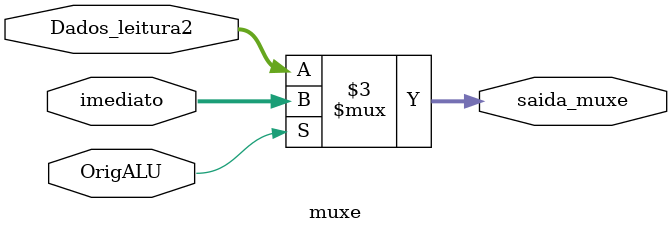
<source format=v>
module muxe (OrigALU, Dados_leitura2, imediato, saida_muxe);

input OrigALU;
input [31:0] Dados_leitura2;
input [31:0] imediato;

output reg [31:0] saida_muxe;

always @(*)
begin
	if (OrigALU) saida_muxe = imediato;
	else saida_muxe = Dados_leitura2;

end

endmodule


</source>
